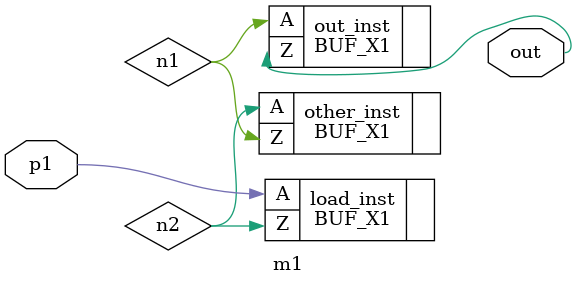
<source format=v>
module top (in,
    out);
 input in;
 output out;

 wire n1;

 DFF_X1 drvr (.D(in),
    .CK(in),
    .Q(n1));
 m1 inst1 (.p1(n1),
    .out(out));
endmodule
module m1 (p1,
    out);
 input p1;
 output out;

 wire n1; // Unrelated net with same name as top net
 wire n2;

 BUF_X1 load_inst (.A(p1),
    .Z(n2));
 BUF_X1 other_inst (.A(n2),
    .Z(n1));
 BUF_X1 out_inst (.A(n1),
    .Z(out));
endmodule

</source>
